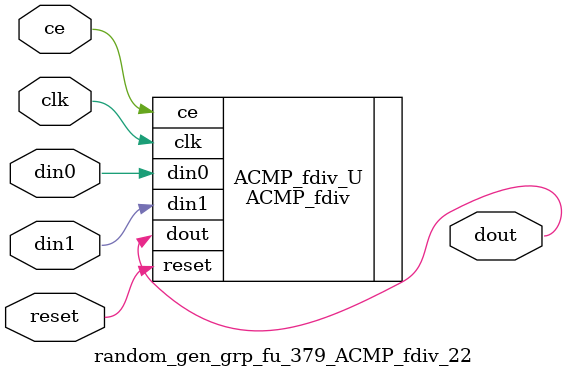
<source format=v>

`timescale 1 ns / 1 ps
module random_gen_grp_fu_379_ACMP_fdiv_22(
    clk,
    reset,
    ce,
    din0,
    din1,
    dout);

parameter ID = 32'd1;
parameter NUM_STAGE = 32'd1;
parameter din0_WIDTH = 32'd1;
parameter din1_WIDTH = 32'd1;
parameter dout_WIDTH = 32'd1;
input clk;
input reset;
input ce;
input[din0_WIDTH - 1:0] din0;
input[din1_WIDTH - 1:0] din1;
output[dout_WIDTH - 1:0] dout;



ACMP_fdiv #(
.ID( ID ),
.NUM_STAGE( 12 ),
.din0_WIDTH( din0_WIDTH ),
.din1_WIDTH( din1_WIDTH ),
.dout_WIDTH( dout_WIDTH ))
ACMP_fdiv_U(
    .clk( clk ),
    .reset( reset ),
    .ce( ce ),
    .din0( din0 ),
    .din1( din1 ),
    .dout( dout ));

endmodule

</source>
